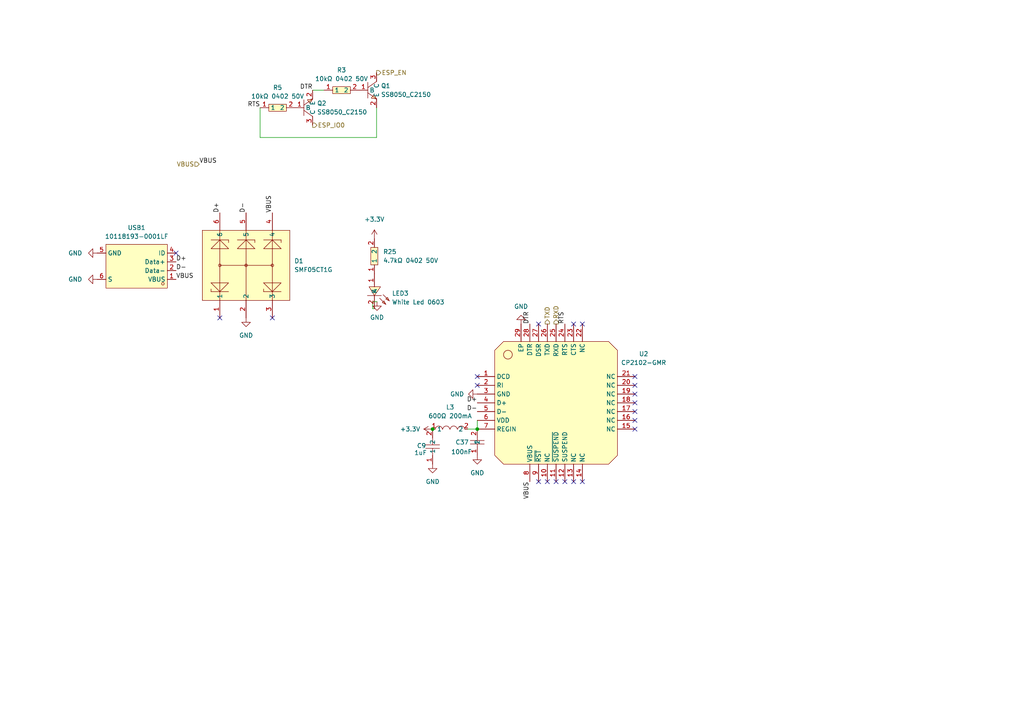
<source format=kicad_sch>
(kicad_sch (version 20230121) (generator eeschema)
  (paper "A4")
  (lib_symbols
    (symbol "easyeda2kicad:10118193-0001LF"
      (property "Reference" "USB" (at 0 7.62 0))
      (property "Value" "10118193-0001LF" (at 0 -10.16 0))
      (symbol "10118193-0001LF_0_1"
        (rectangle (start -8.89 5.08) (end 8.89 -7.62) (fill (type background)))
        (circle (center -7.62 3.81) (radius 0.38))
        (pin unspecified line (at -11.43 2.54 0) (length 2.54) (name "VBUS") (number "1"))
        (pin unspecified line (at -11.43 0 0) (length 2.54) (name "Data-") (number "2"))
        (pin unspecified line (at -11.43 -2.54 0) (length 2.54) (name "Data+") (number "3"))
        (pin unspecified line (at -11.43 -5.08 0) (length 2.54) (name "ID") (number "4"))
        (pin unspecified line (at 11.43 -5.08 180) (length 2.54) (name "GND") (number "5"))
        (pin unspecified line (at 11.43 2.54 180) (length 2.54) (name "S") (number "6"))
      )
    )
    (symbol "easyeda2kicad:10kΩ 0402 50V"
      (property "Reference" "R" (at 0 5.08 0))
      (property "Value" "10kΩ 0402 50V" (at 0 -5.08 0))
      (symbol "10kΩ 0402 50V_0_1"
        (rectangle (start -2.54 1.02) (end 2.54 -1.02) (fill (type background)))
        (pin input line (at -5.08 0 0) (length 2.54) (name "1") (number "1"))
        (pin input line (at 5.08 0 180) (length 2.54) (name "2") (number "2"))
      )
    )
    (symbol "easyeda2kicad:16V 100nF X7R ±10% 0402"
      (property "Reference" "C" (at 0 5.08 0))
      (property "Value" "16V 100nF X7R ±10% 0402" (at 0 -5.08 0))
      (symbol "16V 100nF X7R ±10% 0402_0_1"
        (polyline (pts (xy -1.27 0) (xy -0.51 0)))
        (polyline (pts (xy -0.51 2.03) (xy -0.51 -2.03)))
        (polyline (pts (xy 0.51 0) (xy 1.27 0)))
        (polyline (pts (xy 0.51 2.03) (xy 0.51 -2.03)))
        (pin input line (at -3.81 0 0) (length 2.54) (name "1") (number "1"))
        (pin input line (at 3.81 0 180) (length 2.54) (name "2") (number "2"))
      )
    )
    (symbol "easyeda2kicad:25V 1uF X5R ±10% 0402"
      (property "Reference" "C" (at 0 5.08 0))
      (property "Value" "25V 1uF X5R ±10% 0402" (at 0 -5.08 0))
      (symbol "25V 1uF X5R ±10% 0402_0_1"
        (polyline (pts (xy -0.51 -2.03) (xy -0.51 2.03)))
        (polyline (pts (xy -0.51 0) (xy -2.54 0)))
        (polyline (pts (xy 0.51 2.03) (xy 0.51 -2.03)))
        (polyline (pts (xy 2.54 0) (xy 0.51 0)))
        (pin unspecified line (at -5.08 0 0) (length 2.54) (name "1") (number "1"))
        (pin unspecified line (at 5.08 0 180) (length 2.54) (name "2") (number "2"))
      )
    )
    (symbol "easyeda2kicad:4.7kΩ 0402 50V"
      (property "Reference" "R" (at 0 5.08 0))
      (property "Value" "4.7kΩ 0402 50V" (at 0 -5.08 0))
      (symbol "4.7kΩ 0402 50V_0_1"
        (rectangle (start -2.54 1.02) (end 2.54 -1.02) (fill (type background)))
        (pin input line (at -5.08 0 0) (length 2.54) (name "1") (number "1"))
        (pin input line (at 5.08 0 180) (length 2.54) (name "2") (number "2"))
      )
    )
    (symbol "easyeda2kicad:600Ω 200mA"
      (property "Reference" "L" (at 0 5.08 0))
      (property "Value" "600Ω 200mA" (at 0 -5.08 0))
      (symbol "600Ω 200mA_0_1"
        (arc (start -2.27 -0.02) (mid -3.28 0.897) (end -4.29 -0.02))
        (arc (start -0.11 -0.02) (mid -1.12 0.897) (end -2.13 -0.02))
        (arc (start 2.04 -0.02) (mid 1.03 0.897) (end 0.02 -0.02))
        (arc (start 4.23 -0.02) (mid 3.22 0.9048) (end 2.21 -0.02))
        (pin unspecified line (at -5.08 0 0) (length 0.762) (name "1") (number "1"))
        (pin unspecified line (at 5.08 0 180) (length 0.762) (name "2") (number "2"))
      )
    )
    (symbol "easyeda2kicad:CP2102-GMR"
      (property "Reference" "U" (at 0 27.94 0))
      (property "Value" "CP2102-GMR" (at 0 -27.94 0))
      (symbol "CP2102-GMR_0_1"
        (circle (center -13.97 13.97) (radius 1.27))
        (polyline (pts (xy -15.24 17.78) (xy 15.24 17.78) (xy 17.78 15.24) (xy 17.78 -15.24) (xy 15.24 -17.78) (xy -15.24 -17.78) (xy -17.78 -15.24) (xy -17.78 15.24) (xy -15.24 17.78)) (fill (type background)))
        (pin unspecified line (at -22.86 7.62 0) (length 5.08) (name "DCD") (number "1"))
        (pin unspecified line (at -2.54 -22.86 90) (length 5.08) (name "NC") (number "10"))
        (pin unspecified line (at 0 -22.86 90) (length 5.08) (name "~{SUSPEND}") (number "11"))
        (pin unspecified line (at 2.54 -22.86 90) (length 5.08) (name "SUSPEND") (number "12"))
        (pin unspecified line (at 5.08 -22.86 90) (length 5.08) (name "NC") (number "13"))
        (pin unspecified line (at 7.62 -22.86 90) (length 5.08) (name "NC") (number "14"))
        (pin unspecified line (at 22.86 -7.62 180) (length 5.08) (name "NC") (number "15"))
        (pin unspecified line (at 22.86 -5.08 180) (length 5.08) (name "NC") (number "16"))
        (pin unspecified line (at 22.86 -2.54 180) (length 5.08) (name "NC") (number "17"))
        (pin unspecified line (at 22.86 0 180) (length 5.08) (name "NC") (number "18"))
        (pin unspecified line (at 22.86 2.54 180) (length 5.08) (name "NC") (number "19"))
        (pin unspecified line (at -22.86 5.08 0) (length 5.08) (name "RI") (number "2"))
        (pin unspecified line (at 22.86 5.08 180) (length 5.08) (name "NC") (number "20"))
        (pin unspecified line (at 22.86 7.62 180) (length 5.08) (name "NC") (number "21"))
        (pin unspecified line (at 7.62 22.86 270) (length 5.08) (name "NC") (number "22"))
        (pin unspecified line (at 5.08 22.86 270) (length 5.08) (name "CTS") (number "23"))
        (pin unspecified line (at 2.54 22.86 270) (length 5.08) (name "RTS") (number "24"))
        (pin unspecified line (at 0 22.86 270) (length 5.08) (name "RXD") (number "25"))
        (pin unspecified line (at -2.54 22.86 270) (length 5.08) (name "TXD") (number "26"))
        (pin unspecified line (at -5.08 22.86 270) (length 5.08) (name "DSR") (number "27"))
        (pin unspecified line (at -7.62 22.86 270) (length 5.08) (name "DTR") (number "28"))
        (pin unspecified line (at -10.16 22.86 270) (length 5.08) (name "EP") (number "29"))
        (pin unspecified line (at -22.86 2.54 0) (length 5.08) (name "GND") (number "3"))
        (pin unspecified line (at -22.86 0 0) (length 5.08) (name "D+") (number "4"))
        (pin unspecified line (at -22.86 -2.54 0) (length 5.08) (name "D-") (number "5"))
        (pin unspecified line (at -22.86 -5.08 0) (length 5.08) (name "VDD") (number "6"))
        (pin unspecified line (at -22.86 -7.62 0) (length 5.08) (name "REGIN") (number "7"))
        (pin unspecified line (at -7.62 -22.86 90) (length 5.08) (name "VBUS") (number "8"))
        (pin unspecified line (at -5.08 -22.86 90) (length 5.08) (name "~{RST}") (number "9"))
      )
    )
    (symbol "easyeda2kicad:SMF05CT1G"
      (property "Reference" "D" (at 0 12.7 0))
      (property "Value" "SMF05CT1G" (at 0 -12.7 0))
      (symbol "SMF05CT1G_0_1"
        (rectangle (start -10.16 12.7) (end 10.16 -12.7) (fill (type background)))
        (circle (center 0 -7.62) (radius 0.38))
        (polyline (pts (xy -10.16 -7.62) (xy 10.16 -7.62)))
        (polyline (pts (xy -10.16 0) (xy 0 0)))
        (polyline (pts (xy -10.16 7.62) (xy 10.16 7.62)))
        (polyline (pts (xy -7.62 -10.16) (xy -7.62 -5.08)))
        (polyline (pts (xy -7.62 -5.08) (xy -6.86 -5.08)))
        (polyline (pts (xy -7.62 5.08) (xy -7.62 10.16)))
        (polyline (pts (xy -7.62 10.16) (xy -6.86 10.16)))
        (polyline (pts (xy 0 -7.62) (xy 0 7.62)))
        (polyline (pts (xy 0 0) (xy 10.16 0)))
        (polyline (pts (xy 7.37 -10.16) (xy 6.6 -10.16)))
        (polyline (pts (xy 7.37 -5.08) (xy 7.37 -10.16)))
        (polyline (pts (xy 7.37 -2.54) (xy 6.6 -2.54)))
        (polyline (pts (xy 7.37 2.54) (xy 7.37 -2.54)))
        (polyline (pts (xy 7.37 5.08) (xy 6.6 5.08)))
        (polyline (pts (xy 7.37 10.16) (xy 7.37 5.08)))
        (polyline (pts (xy -5.08 -5.08) (xy -7.62 -7.62) (xy -5.08 -10.16) (xy -5.08 -5.08)) (fill (type background)))
        (polyline (pts (xy -5.08 10.16) (xy -7.62 7.62) (xy -5.08 5.08) (xy -5.08 10.16)) (fill (type background)))
        (polyline (pts (xy 4.83 -10.16) (xy 7.37 -7.62) (xy 4.83 -5.08) (xy 4.83 -10.16)) (fill (type background)))
        (polyline (pts (xy 4.83 -2.54) (xy 7.37 0) (xy 4.83 2.54) (xy 4.83 -2.54)) (fill (type background)))
        (polyline (pts (xy 4.83 5.08) (xy 7.37 7.62) (xy 4.83 10.16) (xy 4.83 5.08)) (fill (type background)))
        (circle (center 0 0) (radius 0.38))
        (circle (center 0 7.62) (radius 0.38))
        (arc (start 0.25 -7.62) (mid 0.25 -7.62) (end 0.25 -7.62))
        (arc (start 0.25 0) (mid 0.25 0) (end 0.25 0))
        (arc (start 0.25 7.62) (mid 0.25 7.62) (end 0.25 7.62))
        (pin input line (at -15.24 7.62 0) (length 5.08) (name "1") (number "1"))
        (pin input line (at -15.24 0 0) (length 5.08) (name "2") (number "2"))
        (pin input line (at -15.24 -7.62 0) (length 5.08) (name "3") (number "3"))
        (pin input line (at 15.24 -7.62 180) (length 5.08) (name "4") (number "4"))
        (pin input line (at 15.24 0 180) (length 5.08) (name "5") (number "5"))
        (pin input line (at 15.24 7.62 180) (length 5.08) (name "6") (number "6"))
      )
    )
    (symbol "easyeda2kicad:SS8050_C2150"
      (property "Reference" "Q" (at 0 10.16 0))
      (property "Value" "SS8050_C2150" (at 0 -10.16 0))
      (symbol "SS8050_C2150_0_1"
        (polyline (pts (xy -2.54 -0.76) (xy 0 -2.54)))
        (polyline (pts (xy -2.54 2.29) (xy -2.54 -2.29)))
        (polyline (pts (xy 0 2.54) (xy -2.54 0.76)))
        (polyline (pts (xy 0 -2.54) (xy -0.76 -1.27) (xy -1.52 -2.29) (xy 0 -2.54)) (fill (type background)))
        (pin unspecified line (at -5.08 0 0) (length 2.54) (name "B") (number "1"))
        (pin unspecified line (at 0 -5.08 90) (length 2.54) (name "E") (number "2"))
        (pin unspecified line (at 0 5.08 270) (length 2.54) (name "C") (number "3"))
      )
    )
    (symbol "easyeda2kicad:White Led 0603"
      (property "Reference" "LED" (at 0 3.81 0))
      (property "Value" "White Led 0603" (at 0 -6.35 0))
      (symbol "White Led 0603_0_1"
        (polyline (pts (xy 1.02 1.27) (xy 2.79 3.05)))
        (polyline (pts (xy 1.27 0.76) (xy 1.27 -3.3)))
        (polyline (pts (xy 2.03 0.25) (xy 3.81 2.03)))
        (polyline (pts (xy -1.27 -2.79) (xy 1.27 -1.27) (xy -1.27 0.51) (xy -1.27 -2.79)) (fill (type background)))
        (polyline (pts (xy 2.79 3.05) (xy 1.78 2.54) (xy 2.29 2.03) (xy 2.79 3.05)) (fill (type background)))
        (polyline (pts (xy 3.81 2.03) (xy 2.79 1.52) (xy 3.3 1.02) (xy 3.81 2.03)) (fill (type background)))
        (pin unspecified line (at -5.08 -1.27 0) (length 3.81) (name "A") (number "1"))
        (pin unspecified line (at 5.08 -1.27 180) (length 3.81) (name "K") (number "2"))
      )
    )
    (symbol "power:+3.3V" (power) (pin_names (offset 0))
      (property "Value" "+3.3V" (at 0 3.556 0))
      (symbol "+3.3V_0_1"
        (polyline (pts (xy -0.762 1.27) (xy 0 2.54)))
        (polyline (pts (xy 0 0) (xy 0 2.54)))
        (polyline (pts (xy 0 2.54) (xy 0.762 1.27)))
      )
      (symbol "+3.3V_1_1"
        (pin power_in line (at 0 0 90) (length 0) hide (name "+3.3V") (number "1"))
      )
    )
    (symbol "power:GND" (power) (pin_names (offset 0))
      (property "Value" "GND" (at 0 -3.81 0))
      (symbol "GND_0_1"
        (polyline (pts (xy 0 0) (xy 0 -1.27) (xy 1.27 -1.27) (xy 0 -2.54) (xy -1.27 -1.27) (xy 0 -1.27)))
      )
      (symbol "GND_1_1"
        (pin power_in line (at 0 0 270) (length 0) hide (name "GND") (number "1"))
      )
    )
  )
  (junction (at 125.476 124.46))
  (junction (at 138.43 124.46))
  (no_connect (at 138.43 109.22))
  (no_connect (at 161.29 139.7))
  (no_connect (at 166.37 93.98))
  (no_connect (at 78.994 92.202))
  (no_connect (at 184.15 114.3))
  (no_connect (at 156.21 139.7))
  (no_connect (at 163.83 139.7))
  (no_connect (at 156.21 93.98))
  (no_connect (at 184.15 111.76))
  (no_connect (at 184.15 119.38))
  (no_connect (at 63.754 92.202))
  (no_connect (at 184.15 124.46))
  (no_connect (at 168.91 93.98))
  (no_connect (at 158.75 139.7))
  (no_connect (at 184.15 116.84))
  (no_connect (at 184.15 121.92))
  (no_connect (at 184.15 109.22))
  (no_connect (at 138.43 111.76))
  (no_connect (at 168.91 139.7))
  (no_connect (at 51.054 73.406))
  (no_connect (at 166.37 139.7))
  (wire (pts (xy 138.43 121.92) (xy 138.43 124.46)))
  (wire (pts (xy 109.347 87.503) (xy 108.077 87.503)))
  (wire (pts (xy 93.98 26.162) (xy 90.678 26.162)))
  (wire (pts (xy 108.077 87.503) (xy 108.077 89.535)))
  (wire (pts (xy 75.438 31.242) (xy 75.438 39.878)))
  (wire (pts (xy 75.438 39.878) (xy 109.22 39.878)))
  (wire (pts (xy 135.636 124.46) (xy 138.43 124.46)))
  (wire (pts (xy 108.077 89.535) (xy 108.585 89.535)))
  (wire (pts (xy 109.22 39.878) (xy 109.22 31.242)))
  (label "D-" (at 138.43 119.38 180))
  (label "VBUS" (at 51.054 81.026 0))
  (label "DTR" (at 90.678 26.162 180))
  (label "D+" (at 138.43 116.84 180))
  (label "VBUS" (at 78.994 61.722 90))
  (label "D+" (at 51.054 75.946 0))
  (label "D-" (at 71.374 61.722 90))
  (label "D+" (at 63.754 61.722 90))
  (label "RTS" (at 75.438 31.242 180))
  (label "VBUS" (at 57.785 47.625 0))
  (label "D-" (at 51.054 78.486 0))
  (label "VBUS" (at 153.67 139.7 270))
  (label "RTS" (at 163.83 93.98 90))
  (label "DTR" (at 153.67 93.98 90))
  (hierarchical_label "VBUS" (shape input) (at 57.785 47.625 180))
  (hierarchical_label "ESP_IO0" (shape output) (at 90.678 36.322 0))
  (hierarchical_label "ESP_EN" (shape output) (at 109.22 21.082 0))
  (hierarchical_label "RXD" (shape output) (at 161.29 93.98 90))
  (hierarchical_label "TXD" (shape output) (at 158.75 93.98 90))
  (symbol (lib_id "power:GND") (at 138.43 132.08 0) (unit 1)
    (property "Reference" "#PWR025" (effects hide))
    (property "Value" "GND" (at 138.43 137.16 0))
  )
  (symbol (lib_id "easyeda2kicad:10kΩ 0402 50V") (at 99.06 26.162 0) (unit 1)
    (property "Reference" "R3" (at 99.06 20.32 0))
    (property "Value" "10kΩ 0402 50V" (at 99.06 22.86 0))
    (property "Footprint" "easyeda2kicad:R0402" (effects hide))
    (property "Datasheet" "https://lcsc.com/product-detail/Chip-Resistor-Surface-Mount-UniOhm_10KR-1002-1_C25744.html" (effects hide))
    (property "Manufacturer" "UNI-ROYAL(厚声)" (effects hide))
    (property "LCSC Part" "C25744" (effects hide))
    (property "JLC Part" "Basic Part" (effects hide))
  )
  (symbol (lib_id "easyeda2kicad:White Led 0603") (at 109.855 84.455 270) (unit 1)
    (property "Reference" "LED3" (at 113.665 85.09 90) (effects (justify left)))
    (property "Value" "White Led 0603" (at 113.665 87.63 90) (effects (justify left)))
    (property "Footprint" "easyeda2kicad:LED0603-R-RD_WHITE" (effects hide))
    (property "Datasheet" "https://lcsc.com/product-detail/Light-Emitting-Diodes-LED_0603White-light_C2290.html" (effects hide))
    (property "LCSC Part" "C2290" (effects hide))
    (property "JLC Part" "Basic Part" (effects hide))
  )
  (symbol (lib_id "easyeda2kicad:CP2102-GMR") (at 161.29 116.84 0) (unit 1)
    (property "Reference" "U2" (at 186.69 102.6412 0))
    (property "Value" "CP2102-GMR" (at 186.69 105.1812 0))
    (property "Footprint" "easyeda2kicad:WQFN-28_L5.0-W5.0-P0.50-BL-EP3.2" (effects hide))
    (property "Datasheet" "https://lcsc.com/product-detail/USB_SILICON-LABS_CP2102-GMR_CP2102-GMR_C6568.html" (effects hide))
    (property "Manufacturer" "SILICON LABS(芯科)" (effects hide))
    (property "LCSC Part" "C6568" (effects hide))
    (property "JLC Part" "Basic Part" (effects hide))
  )
  (symbol (lib_id "power:+3.3V") (at 125.476 124.46 90) (unit 1)
    (property "Reference" "#PWR0106" (effects hide))
    (property "Value" "+3.3V" (at 121.92 124.4599 90) (effects (justify left)))
    (instances (project "Robosapien" (path "" (reference "#PWR0106") (unit 1))) (project "HOBRASIO-PCB" (path "" (reference "#PWR021") (unit 1))))
  )
  (symbol (lib_id "easyeda2kicad:600Ω 200mA") (at 130.556 124.46 0) (unit 1)
    (property "Reference" "L3" (at 130.556 118.11 0))
    (property "Value" "600Ω 200mA" (at 130.556 120.65 0))
    (property "Footprint" "easyeda2kicad:L0603" (effects hide))
    (property "Datasheet" "https://lcsc.com/product-detail/Ferrite-Beads-And-Chips_600R-25-100MHz_C1002.html" (effects hide))
    (property "Manufacturer" "Sunlord(顺络)" (effects hide))
    (property "LCSC Part" "C1002" (effects hide))
    (property "JLC Part" "Basic Part" (effects hide))
  )
  (symbol (lib_id "easyeda2kicad:10kΩ 0402 50V") (at 80.518 31.242 0) (unit 1)
    (property "Reference" "R5" (at 80.518 25.4 0))
    (property "Value" "10kΩ 0402 50V" (at 80.518 27.94 0))
    (property "Footprint" "easyeda2kicad:R0402" (effects hide))
    (property "Datasheet" "https://lcsc.com/product-detail/Chip-Resistor-Surface-Mount-UniOhm_10KR-1002-1_C25744.html" (effects hide))
    (property "Manufacturer" "UNI-ROYAL(厚声)" (effects hide))
    (property "LCSC Part" "C25744" (effects hide))
    (property "JLC Part" "Basic Part" (effects hide))
  )
  (symbol (lib_id "power:GND") (at 125.476 134.62 0) (unit 1)
    (property "Reference" "#PWR026" (effects hide))
    (property "Value" "GND" (at 125.476 139.7 0))
  )
  (symbol (lib_id "power:+3.3V") (at 108.585 69.215 0) (unit 1)
    (property "Reference" "#PWR012" (effects hide))
    (property "Value" "+3.3V" (at 108.585 63.627 0))
  )
  (symbol (lib_id "power:GND") (at 71.374 92.202 0) (unit 1)
    (property "Reference" "#PWR0102" (effects hide))
    (property "Value" "GND" (at 71.374 97.282 0))
    (instances (project "Robosapien" (path "" (reference "#PWR0102") (unit 1))) (project "HOBRASIO-PCB" (path "" (reference "#PWR016") (unit 1))))
  )
  (symbol (lib_id "power:GND") (at 28.194 81.026 270) (unit 1)
    (property "Reference" "#PWR0104" (effects hide))
    (property "Value" "GND" (at 23.876 81.0259 90) (effects (justify right)))
    (instances (project "Robosapien" (path "" (reference "#PWR0104") (unit 1))) (project "HOBRASIO-PCB" (path "" (reference "#PWR015") (unit 1))))
  )
  (symbol (lib_id "easyeda2kicad:SMF05CT1G") (at 71.374 76.962 90) (unit 1)
    (property "Reference" "D1" (at 85.344 75.6919 90) (effects (justify right)))
    (property "Value" "SMF05CT1G" (at 85.344 78.2319 90) (effects (justify right)))
    (property "Footprint" "easyeda2kicad:SOT-363_L2.0-W1.3-P0.65-LS2.1-BR" (effects hide))
    (property "Datasheet" "https://lcsc.com/product-detail/TVS_ON_SMF05CT1G_SMF05CT1G_C15879.html" (effects hide))
    (property "Manufacturer" "onsemi(安森美)" (effects hide))
    (property "LCSC Part" "C15879" (effects hide))
    (property "JLC Part" "Basic Part" (effects hide))
  )
  (symbol (lib_id "easyeda2kicad:25V 1uF X5R ±10% 0402") (at 125.476 129.54 90) (unit 1)
    (property "Reference" "C9" (at 120.904 129.286 90) (effects (justify right)))
    (property "Value" "1uF" (at 120.142 131.318 90) (effects (justify right)))
    (property "Footprint" "easyeda2kicad:C0402" (effects hide))
    (property "Datasheet" "https://lcsc.com/product-detail/Multilayer-Ceramic-Capacitors-MLCC-SMD-SMT_SAMSUNG_CL05A105KA5NQNC_1uF-105-10-25V_C52923.html" (effects hide))
    (property "Manufacturer" "SAMSUNG(三星)" (effects hide))
    (property "LCSC Part" "C52923" (effects hide))
    (property "JLC Part" "Basic Part" (effects hide))
  )
  (symbol (lib_id "easyeda2kicad:16V 100nF X7R ±10% 0402") (at 138.43 128.27 90) (unit 1)
    (property "Reference" "C37" (at 132.08 128.27 90) (effects (justify right)))
    (property "Value" "100nF" (at 130.81 131.064 90) (effects (justify right)))
    (property "Footprint" "easyeda2kicad:C0402_NEW" (effects hide))
    (property "Datasheet" "https://lcsc.com/product-detail/Multilayer-Ceramic-Capacitors-MLCC-SMD-SMT_SAMSUNG_CL05B104KO5NNNC_100nF-104-10-16V_C1525.html" (effects hide))
    (property "Manufacturer" "SAMSUNG(三星)" (effects hide))
    (property "LCSC Part" "C1525" (effects hide))
    (property "JLC Part" "Basic Part" (effects hide))
    (instances (project "Robosapien" (path "" (reference "C37") (unit 1))) (project "HOBRASIO-PCB" (path "" (reference "C8") (unit 1))))
  )
  (symbol (lib_id "easyeda2kicad:SS8050_C2150") (at 109.22 26.162 0) (unit 1)
    (property "Reference" "Q1" (at 110.49 24.8919 0) (effects (justify left)))
    (property "Value" "SS8050_C2150" (at 110.49 27.4319 0) (effects (justify left)))
    (property "Footprint" "easyeda2kicad:SOT-23-3_L2.9-W1.3-P1.90-LS2.4-BR" (effects hide))
    (property "Datasheet" "https://lcsc.com/product-detail/Transistors-NPN-PNP_SS8050-Y1-200-350_C2150.html" (effects hide))
    (property "Manufacturer" "CJ(江苏长电/长晶)" (effects hide))
    (property "LCSC Part" "C2150" (effects hide))
    (property "JLC Part" "Basic Part" (effects hide))
  )
  (symbol (lib_id "easyeda2kicad:4.7kΩ 0402 50V") (at 108.585 74.295 90) (unit 1)
    (property "Reference" "R25" (at 111.125 73.0249 90) (effects (justify right)))
    (property "Value" "4.7kΩ 0402 50V" (at 111.125 75.5649 90) (effects (justify right)))
    (property "Footprint" "easyeda2kicad:R0402" (effects hide))
    (property "Datasheet" "https://lcsc.com/product-detail/Chip-Resistor-Surface-Mount-UniOhm_4-7KR-4701-1_C25900.html" (effects hide))
    (property "Manufacturer" "UNI-ROYAL(厚声)" (effects hide))
    (property "LCSC Part" "C25900" (effects hide))
    (property "JLC Part" "Basic Part" (effects hide))
    (instances (project "Robosapien" (path "" (reference "R25") (unit 1))) (project "HOBRASIO-PCB" (path "" (reference "R4") (unit 1))))
  )
  (symbol (lib_id "easyeda2kicad:SS8050_C2150") (at 90.678 31.242 0) (mirror x) (unit 1)
    (property "Reference" "Q2" (at 91.948 29.9719 0) (effects (justify left)))
    (property "Value" "SS8050_C2150" (at 91.948 32.5119 0) (effects (justify left)))
    (property "Footprint" "easyeda2kicad:SOT-23-3_L2.9-W1.3-P1.90-LS2.4-BR" (effects hide))
    (property "Datasheet" "https://lcsc.com/product-detail/Transistors-NPN-PNP_SS8050-Y1-200-350_C2150.html" (effects hide))
    (property "Manufacturer" "CJ(江苏长电/长晶)" (effects hide))
    (property "LCSC Part" "C2150" (effects hide))
    (property "JLC Part" "Basic Part" (effects hide))
  )
  (symbol (lib_id "power:GND") (at 138.43 114.3 270) (unit 1)
    (property "Reference" "#PWR018" (effects hide))
    (property "Value" "GND" (at 134.62 114.2999 90) (effects (justify right)))
  )
  (symbol (lib_id "power:GND") (at 151.13 93.98 180) (unit 1)
    (property "Reference" "#PWR0101" (effects hide))
    (property "Value" "GND" (at 151.13 88.9 0))
    (instances (project "Robosapien" (path "" (reference "#PWR0101") (unit 1))) (project "HOBRASIO-PCB" (path "" (reference "#PWR017") (unit 1))))
  )
  (symbol (lib_id "power:GND") (at 109.347 87.503 0) (unit 1)
    (property "Reference" "#PWR013" (effects hide))
    (property "Value" "GND" (at 109.347 92.075 0))
  )
  (symbol (lib_id "easyeda2kicad:10118193-0001LF") (at 39.624 78.486 180) (unit 1)
    (property "Reference" "USB1" (at 39.624 66.04 0))
    (property "Value" "10118193-0001LF" (at 39.624 68.58 0))
    (property "Footprint" "easyeda2kicad:MICRO-USB-SMD_10118193-0001LF" (effects hide))
    (property "Datasheet" "https://lcsc.com/product-detail/USB-Connectors_Amphenol_10118193-0001LF_10118193-0001LF_C132562.html" (effects hide))
    (property "Manufacturer" "Amphenol" (effects hide))
    (property "LCSC Part" "C132562" (effects hide))
    (property "JLC Part" "Extended Part" (effects hide))
  )
  (symbol (lib_id "power:GND") (at 28.194 73.406 270) (unit 1)
    (property "Reference" "#PWR0103" (effects hide))
    (property "Value" "GND" (at 23.876 73.4059 90) (effects (justify right)))
    (instances (project "Robosapien" (path "" (reference "#PWR0103") (unit 1))) (project "HOBRASIO-PCB" (path "" (reference "#PWR014") (unit 1))))
  )
)
</source>
